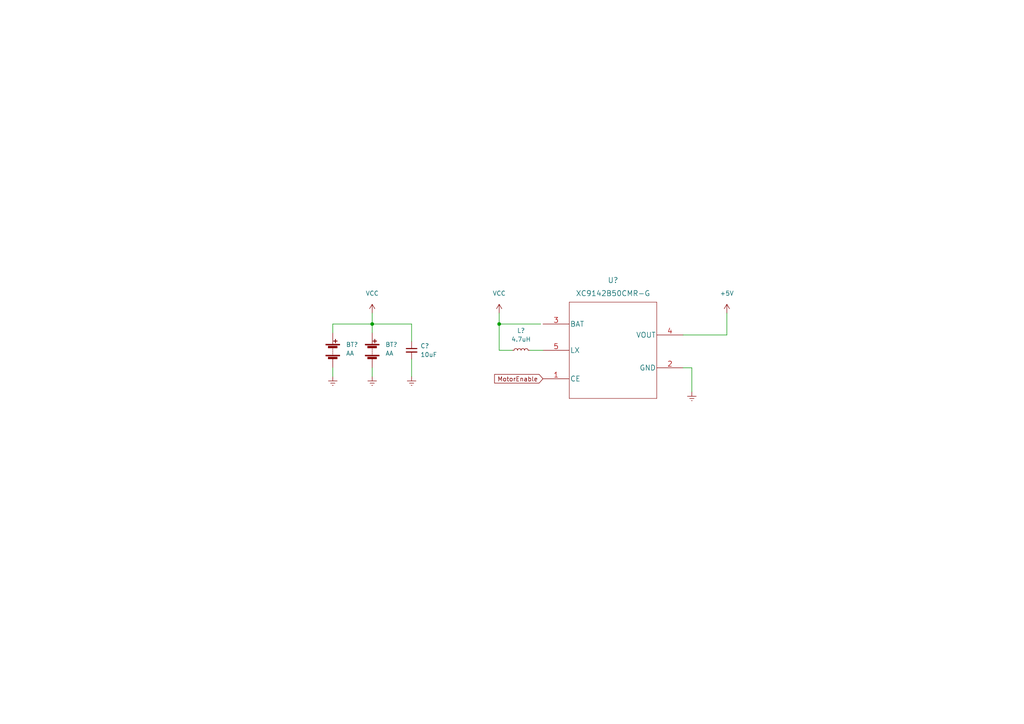
<source format=kicad_sch>
(kicad_sch (version 20211123) (generator eeschema)
  (paper "A4")
  (lib_symbols
    (symbol "Device:Battery" (pin_numbers hide) (pin_names (offset 0) hide)
      (property "Reference" "BT" (at 2.54 2.54 0))
      (property "Value" "Battery" (at 2.54 0 0))
      (symbol "Battery_0_1"
        (rectangle (start -2.032 -1.397) (end 2.032 -1.651) (fill (type outline)))
        (rectangle (start -2.032 1.778) (end 2.032 1.524) (fill (type outline)))
        (rectangle (start -1.3208 -1.9812) (end 1.27 -2.4892) (fill (type outline)))
        (rectangle (start -1.3208 1.1938) (end 1.27 0.6858) (fill (type outline)))
        (polyline (pts (xy 0 -1.524) (xy 0 -1.27)))
        (polyline (pts (xy 0 -1.016) (xy 0 -0.762)))
        (polyline (pts (xy 0 -0.508) (xy 0 -0.254)))
        (polyline (pts (xy 0 0) (xy 0 0.254)))
        (polyline (pts (xy 0 0.508) (xy 0 0.762)))
        (polyline (pts (xy 0 1.778) (xy 0 2.54)))
        (polyline (pts (xy 0.254 2.667) (xy 1.27 2.667)) (stroke (width 0.254)))
        (polyline (pts (xy 0.762 3.175) (xy 0.762 2.159)) (stroke (width 0.254)))
      )
      (symbol "Battery_1_1"
        (pin passive line (at 0 5.08 270) (length 2.54) (name "+") (number "1"))
        (pin passive line (at 0 -5.08 90) (length 2.54) (name "-") (number "2"))
      )
    )
    (symbol "Device:C_Small" (pin_numbers hide) (pin_names (offset 0.254) hide)
      (property "Reference" "C" (at 0.254 1.778 0))
      (property "Value" "C_Small" (at 0.254 -2.032 0))
      (symbol "C_Small_0_1"
        (polyline (pts (xy -1.524 -0.508) (xy 1.524 -0.508)) (stroke (width 0.3302)))
        (polyline (pts (xy -1.524 0.508) (xy 1.524 0.508)) (stroke (width 0.3048)))
      )
      (symbol "C_Small_1_1"
        (pin passive line (at 0 2.54 270) (length 2.032) (name "~") (number "1"))
        (pin passive line (at 0 -2.54 90) (length 2.032) (name "~") (number "2"))
      )
    )
    (symbol "Device:L_Small" (pin_numbers hide) (pin_names (offset 0.254) hide)
      (property "Reference" "L" (at 0.762 1.016 0))
      (property "Value" "L_Small" (at 0.762 -1.016 0))
      (symbol "L_Small_0_1"
        (arc (start 0 -2.032) (mid 0.508 -1.524) (end 0 -1.016))
        (arc (start 0 -1.016) (mid 0.508 -0.508) (end 0 0))
        (arc (start 0 0) (mid 0.508 0.508) (end 0 1.016))
        (arc (start 0 1.016) (mid 0.508 1.524) (end 0 2.032))
      )
      (symbol "L_Small_1_1"
        (pin passive line (at 0 2.54 270) (length 0.508) (name "~") (number "1"))
        (pin passive line (at 0 -2.54 90) (length 0.508) (name "~") (number "2"))
      )
    )
    (symbol "SFRLibraries:XC9142B50CMR-G" (pin_names (offset 0.254))
      (property "Reference" "U" (at 20.32 12.7 0))
      (property "Value" "XC9142B50CMR-G" (at 20.32 10.16 0))
      (symbol "XC9142B50CMR-G_1_1"
        (polyline (pts (xy 7.62 -20.32) (xy 33.02 -20.32)) (stroke (width 0.127)))
        (polyline (pts (xy 7.62 7.62) (xy 7.62 -20.32)) (stroke (width 0.127)))
        (polyline (pts (xy 33.02 -20.32) (xy 33.02 7.62)) (stroke (width 0.127)))
        (polyline (pts (xy 33.02 7.62) (xy 7.62 7.62)) (stroke (width 0.127)))
        (pin unspecified line (at 0 -14.605 0) (length 7.62) (name "CE") (number "1"))
        (pin power_in line (at 40.64 -11.43 180) (length 7.62) (name "GND") (number "2"))
        (pin unspecified line (at 0 1.27 0) (length 7.62) (name "BAT") (number "3"))
        (pin output line (at 40.64 -1.905 180) (length 7.62) (name "VOUT") (number "4"))
        (pin unspecified line (at 0 -6.35 0) (length 7.62) (name "LX") (number "5"))
      )
    )
    (symbol "power:+5V" (power) (pin_names (offset 0))
      (property "Value" "+5V" (at 0 3.556 0))
      (symbol "+5V_0_1"
        (polyline (pts (xy -0.762 1.27) (xy 0 2.54)))
        (polyline (pts (xy 0 0) (xy 0 2.54)))
        (polyline (pts (xy 0 2.54) (xy 0.762 1.27)))
      )
      (symbol "+5V_1_1"
        (pin power_in line (at 0 0 90) (length 0) hide (name "+5V") (number "1"))
      )
    )
    (symbol "power:Earth" (power) (pin_names (offset 0))
      (symbol "Earth_0_1"
        (polyline (pts (xy -0.635 -1.905) (xy 0.635 -1.905)))
        (polyline (pts (xy -0.127 -2.54) (xy 0.127 -2.54)))
        (polyline (pts (xy 0 -1.27) (xy 0 0)))
        (polyline (pts (xy 1.27 -1.27) (xy -1.27 -1.27)))
      )
      (symbol "Earth_1_1"
        (pin power_in line (at 0 0 270) (length 0) hide (name "Earth") (number "1"))
      )
    )
    (symbol "power:VCC" (power) (pin_names (offset 0))
      (property "Value" "VCC" (at 0 3.81 0))
      (symbol "VCC_0_1"
        (polyline (pts (xy -0.762 1.27) (xy 0 2.54)))
        (polyline (pts (xy 0 0) (xy 0 2.54)))
        (polyline (pts (xy 0 2.54) (xy 0.762 1.27)))
      )
      (symbol "VCC_1_1"
        (pin power_in line (at 0 0 90) (length 0) hide (name "VCC") (number "1"))
      )
    )
  )
  (junction (at 144.78 93.98))
  (junction (at 107.95 93.98))
  (wire (pts (xy 96.52 96.52) (xy 96.52 93.98)))
  (wire (pts (xy 144.78 93.98) (xy 144.78 101.6)))
  (wire (pts (xy 200.66 106.68) (xy 200.66 113.665)))
  (wire (pts (xy 153.67 101.6) (xy 157.48 101.6)))
  (wire (pts (xy 210.82 97.155) (xy 210.82 90.805)))
  (wire (pts (xy 107.95 90.805) (xy 107.95 93.98)))
  (wire (pts (xy 107.95 93.98) (xy 107.95 96.52)))
  (wire (pts (xy 198.12 97.155) (xy 210.82 97.155)))
  (wire (pts (xy 144.78 101.6) (xy 148.59 101.6)))
  (wire (pts (xy 198.12 106.68) (xy 200.66 106.68)))
  (wire (pts (xy 107.95 109.22) (xy 107.95 106.68)))
  (wire (pts (xy 96.52 106.68) (xy 96.52 109.22)))
  (wire (pts (xy 96.52 93.98) (xy 107.95 93.98)))
  (wire (pts (xy 119.38 104.14) (xy 119.38 109.22)))
  (wire (pts (xy 119.38 93.98) (xy 119.38 99.06)))
  (wire (pts (xy 144.78 93.98) (xy 144.78 90.805)))
  (wire (pts (xy 144.78 93.98) (xy 156.845 93.98)))
  (wire (pts (xy 107.95 93.98) (xy 119.38 93.98)))
  (global_label "MotorEnable" (shape input) (at 157.48 109.855 180) (property "Intersheet References" "${INTERSHEET_REFS}" (effects hide)))
  (symbol (lib_id "Device:Battery") (at 96.52 101.6 0) (unit 1)
    (property "Reference" "BT?" (at 100.33 99.9489 0) (effects (justify left)))
    (property "Value" "AA" (at 100.33 102.4889 0) (effects (justify left)))
  )
  (symbol (lib_id "power:Earth") (at 200.66 113.665 0) (unit 1)
    (property "Reference" "#PWR?" (effects hide))
    (property "Value" "Earth" (effects hide))
  )
  (symbol (lib_id "power:Earth") (at 119.38 109.22 0) (unit 1)
    (property "Reference" "#PWR?" (effects hide))
    (property "Value" "Earth" (effects hide))
  )
  (symbol (lib_id "Device:Battery") (at 107.95 101.6 0) (unit 1)
    (property "Reference" "BT?" (at 111.76 99.9489 0) (effects (justify left)))
    (property "Value" "AA" (at 111.76 102.4889 0) (effects (justify left)))
  )
  (symbol (lib_id "power:VCC") (at 144.78 90.805 0) (unit 1)
    (property "Reference" "#PWR?" (effects hide))
    (property "Value" "VCC" (at 144.78 85.09 0))
  )
  (symbol (lib_id "power:Earth") (at 96.52 109.22 0) (unit 1)
    (property "Reference" "#PWR?" (effects hide))
    (property "Value" "Earth" (effects hide))
  )
  (symbol (lib_id "SFRLibraries:XC9142B50CMR-G") (at 157.48 95.25 0) (unit 1)
    (property "Reference" "U?" (at 177.8 81.28 0) (effects (font (size 1.524 1.524))))
    (property "Value" "XC9142B50CMR-G" (at 177.8 85.09 0) (effects (font (size 1.524 1.524))))
    (property "Footprint" "SC_50CMR-G_TOR" (effects hide))
  )
  (symbol (lib_id "power:Earth") (at 107.95 109.22 0) (unit 1)
    (property "Reference" "#PWR?" (effects hide))
    (property "Value" "Earth" (effects hide))
  )
  (symbol (lib_id "power:+5V") (at 210.82 90.805 0) (unit 1)
    (property "Reference" "#PWR?" (effects hide))
    (property "Value" "+5V" (at 210.82 85.09 0))
  )
  (symbol (lib_id "Device:L_Small") (at 151.13 101.6 90) (unit 1)
    (property "Reference" "L?" (at 151.13 95.885 90))
    (property "Value" "4.7uH" (at 151.13 98.425 90))
  )
  (symbol (lib_id "Device:C_Small") (at 119.38 101.6 0) (unit 1)
    (property "Reference" "C?" (at 121.92 100.3362 0) (effects (justify left)))
    (property "Value" "10uF" (at 121.92 102.8762 0) (effects (justify left)))
  )
  (symbol (lib_id "power:VCC") (at 107.95 90.805 0) (unit 1)
    (property "Reference" "#PWR?" (effects hide))
    (property "Value" "VCC" (at 107.95 85.09 0))
  )
)
</source>
